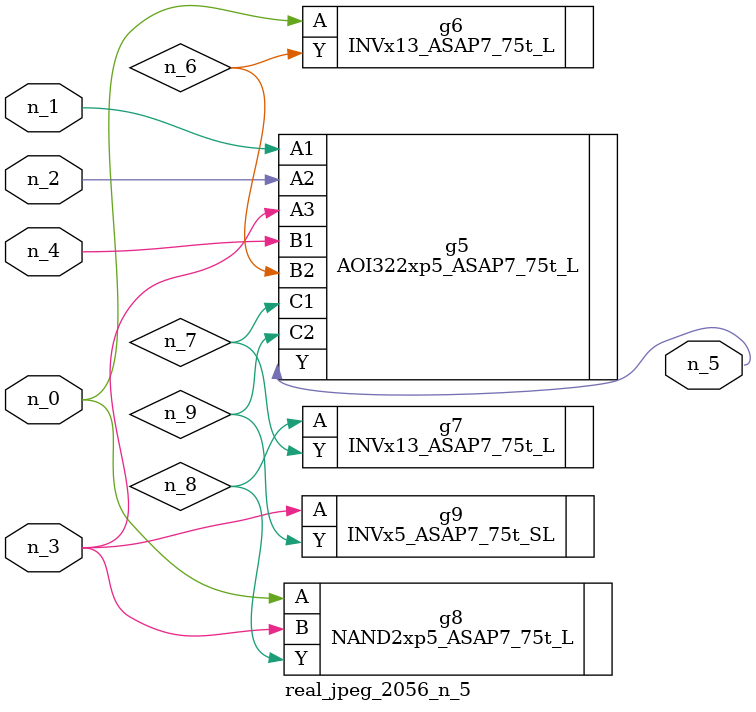
<source format=v>
module real_jpeg_2056_n_5 (n_4, n_0, n_1, n_2, n_3, n_5);

input n_4;
input n_0;
input n_1;
input n_2;
input n_3;

output n_5;

wire n_8;
wire n_6;
wire n_7;
wire n_9;

INVx13_ASAP7_75t_L g6 ( 
.A(n_0),
.Y(n_6)
);

NAND2xp5_ASAP7_75t_L g8 ( 
.A(n_0),
.B(n_3),
.Y(n_8)
);

AOI322xp5_ASAP7_75t_L g5 ( 
.A1(n_1),
.A2(n_2),
.A3(n_3),
.B1(n_4),
.B2(n_6),
.C1(n_7),
.C2(n_9),
.Y(n_5)
);

INVx5_ASAP7_75t_SL g9 ( 
.A(n_3),
.Y(n_9)
);

INVx13_ASAP7_75t_L g7 ( 
.A(n_8),
.Y(n_7)
);


endmodule
</source>
